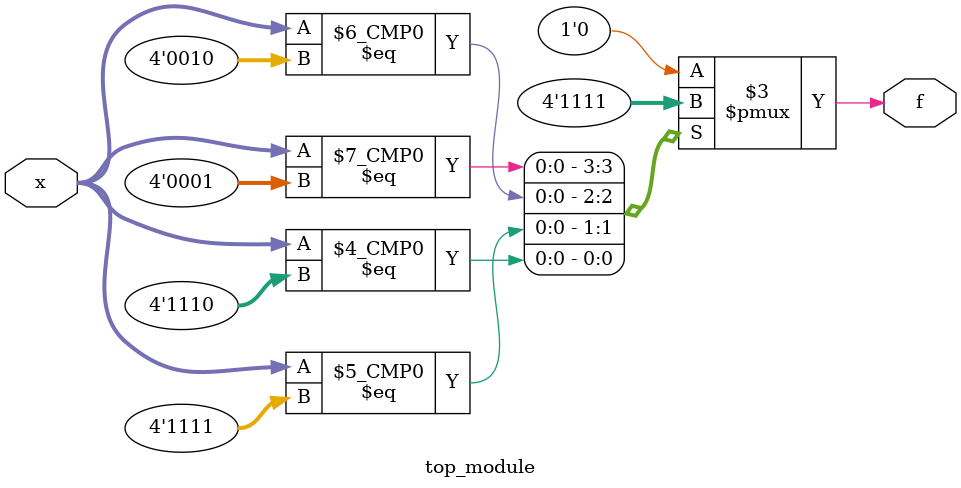
<source format=sv>
module top_module (
    input [4:1] x,
    output logic f
);

always_comb begin
    case ({x[4:3], x[2:1]})
        6'b000001: f = 1'b1;
        6'b000011: f = 1'b0;
        6'b000010: f = 1'b1;
        6'b001111: f = 1'b1;
        6'b001110: f = 1'b1;
        6'b011000: f = 1'b1;
        6'b010001: f = 1'b1;
        default: f = 1'b0;
    endcase
end

endmodule

</source>
